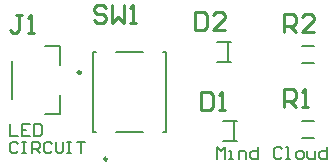
<source format=gbr>
%TF.GenerationSoftware,Altium Limited,Altium Designer,24.7.2 (38)*%
G04 Layer_Color=65535*
%FSLAX45Y45*%
%MOMM*%
%TF.SameCoordinates,E62C00BC-2682-4819-A5F8-2A4CFBBBB381*%
%TF.FilePolarity,Positive*%
%TF.FileFunction,Legend,Top*%
%TF.Part,Single*%
G01*
G75*
%TA.AperFunction,NonConductor*%
%ADD17C,0.25000*%
%ADD18C,0.20000*%
%ADD19C,0.25400*%
D17*
X767500Y805000D02*
G03*
X767500Y805000I-12500J0D01*
G01*
X989600Y71900D02*
G03*
X989600Y71900I-12500J0D01*
G01*
D18*
X465000Y1030000D02*
X587500D01*
X182500Y582500D02*
Y902500D01*
X465000Y455000D02*
X587500D01*
Y612500D01*
Y872500D02*
Y1030000D01*
X869600Y304400D02*
X892100D01*
X1067100D02*
X1292100D01*
X1467100D02*
X1489600D01*
Y974400D01*
X869600D02*
X892100D01*
X1067100D02*
X1292100D01*
X1467100D02*
X1489600D01*
X869600Y304400D02*
Y974400D01*
X2012200Y904800D02*
Y1059800D01*
X1919700Y1067300D02*
X2039700D01*
X1919700Y897300D02*
X2039700D01*
X2640900Y249400D02*
X2740900D01*
X2640900Y394400D02*
X2740900D01*
X2638100Y884400D02*
X2738100D01*
X2638100Y1029400D02*
X2738100D01*
X2063000Y231700D02*
Y386700D01*
X1970500Y394200D02*
X2090500D01*
X1970500Y224200D02*
X2090500D01*
X236645Y203306D02*
X219984Y219968D01*
X186661D01*
X170000Y203306D01*
Y136661D01*
X186661Y120000D01*
X219984D01*
X236645Y136661D01*
X269968Y219968D02*
X303290D01*
X286629D01*
Y120000D01*
X269968D01*
X303290D01*
X353274D02*
Y219968D01*
X403258D01*
X419919Y203306D01*
Y169984D01*
X403258Y153323D01*
X353274D01*
X386597D02*
X419919Y120000D01*
X519887Y203306D02*
X503226Y219968D01*
X469903D01*
X453242Y203306D01*
Y136661D01*
X469903Y120000D01*
X503226D01*
X519887Y136661D01*
X553210Y219968D02*
Y136661D01*
X569871Y120000D01*
X603194D01*
X619855Y136661D01*
Y219968D01*
X653178D02*
X686500D01*
X669839D01*
Y120000D01*
X653178D01*
X686500D01*
X736484Y219968D02*
X803129D01*
X769806D01*
Y120000D01*
X170000Y369968D02*
Y270000D01*
X236645D01*
X336613Y369968D02*
X269968D01*
Y270000D01*
X336613D01*
X269968Y319984D02*
X303290D01*
X369936Y369968D02*
Y270000D01*
X419919D01*
X436581Y286661D01*
Y353306D01*
X419919Y369968D01*
X369936D01*
X1920000Y70000D02*
Y169968D01*
X1953322Y136645D01*
X1986645Y169968D01*
Y70000D01*
X2019968D02*
X2053290D01*
X2036629D01*
Y136645D01*
X2019968D01*
X2103274Y70000D02*
Y136645D01*
X2153258D01*
X2169919Y119984D01*
Y70000D01*
X2269887Y169968D02*
Y70000D01*
X2219903D01*
X2203242Y86661D01*
Y119984D01*
X2219903Y136645D01*
X2269887D01*
X2469823Y153306D02*
X2453161Y169968D01*
X2419839D01*
X2403178Y153306D01*
Y86661D01*
X2419839Y70000D01*
X2453161D01*
X2469823Y86661D01*
X2503145Y70000D02*
X2536468D01*
X2519807D01*
Y169968D01*
X2503145D01*
X2603113Y70000D02*
X2636436D01*
X2653097Y86661D01*
Y119984D01*
X2636436Y136645D01*
X2603113D01*
X2586452Y119984D01*
Y86661D01*
X2603113Y70000D01*
X2686420Y136645D02*
Y86661D01*
X2703081Y70000D01*
X2753065D01*
Y136645D01*
X2853032Y169968D02*
Y70000D01*
X2803049D01*
X2786387Y86661D01*
Y119984D01*
X2803049Y136645D01*
X2853032D01*
D19*
X265167Y1289591D02*
X214383D01*
X239775D01*
Y1162632D01*
X214383Y1137240D01*
X188992D01*
X163600Y1162632D01*
X315951Y1137240D02*
X366734D01*
X341342D01*
Y1289591D01*
X315951Y1264199D01*
X976425Y1350584D02*
X951033Y1375975D01*
X900249D01*
X874858Y1350584D01*
Y1325192D01*
X900249Y1299800D01*
X951033D01*
X976425Y1274408D01*
Y1249017D01*
X951033Y1223625D01*
X900249D01*
X874858Y1249017D01*
X1027208Y1375975D02*
Y1223625D01*
X1077992Y1274408D01*
X1128775Y1223625D01*
Y1375975D01*
X1179559Y1223625D02*
X1230342D01*
X1204951D01*
Y1375975D01*
X1179559Y1350584D01*
X1735860Y1314991D02*
Y1162640D01*
X1812035D01*
X1837427Y1188032D01*
Y1289599D01*
X1812035Y1314991D01*
X1735860D01*
X1989778Y1162640D02*
X1888211D01*
X1989778Y1264207D01*
Y1289599D01*
X1964386Y1314991D01*
X1913602D01*
X1888211Y1289599D01*
X2487700Y509860D02*
Y662211D01*
X2563875D01*
X2589267Y636819D01*
Y586035D01*
X2563875Y560644D01*
X2487700D01*
X2538483D02*
X2589267Y509860D01*
X2640051D02*
X2690834D01*
X2665442D01*
Y662211D01*
X2640051Y636819D01*
X2485160Y1144860D02*
Y1297211D01*
X2561335D01*
X2586727Y1271819D01*
Y1221035D01*
X2561335Y1195644D01*
X2485160D01*
X2535943D02*
X2586727Y1144860D01*
X2739078D02*
X2637511D01*
X2739078Y1246427D01*
Y1271819D01*
X2713686Y1297211D01*
X2662902D01*
X2637511Y1271819D01*
X1786660Y641891D02*
Y489540D01*
X1862835D01*
X1888227Y514932D01*
Y616499D01*
X1862835Y641891D01*
X1786660D01*
X1939011Y489540D02*
X1989794D01*
X1964402D01*
Y641891D01*
X1939011Y616499D01*
%TF.MD5,e364f0eb97ec310f27037f7dbcc2528e*%
M02*

</source>
